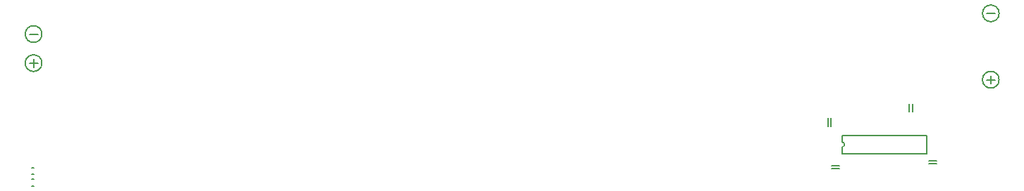
<source format=gbo>
G04*
G04 #@! TF.GenerationSoftware,Altium Limited,Altium Designer,18.1.7 (191)*
G04*
G04 Layer_Color=32896*
%FSLAX43Y43*%
%MOMM*%
G71*
G01*
G75*
%ADD10C,0.200*%
%ADD11C,0.127*%
D10*
X11500Y22000D02*
G03*
X11500Y22000I-1000J0D01*
G01*
Y18500D02*
G03*
X11500Y18500I-1000J0D01*
G01*
X126500Y16500D02*
G03*
X126500Y16500I-1000J0D01*
G01*
Y24500D02*
G03*
X126500Y24500I-1000J0D01*
G01*
X107605Y8357D02*
G03*
X107605Y8992I0J317D01*
G01*
X10000Y22000D02*
X11000D01*
X10000Y18500D02*
X11000D01*
X10500Y18000D02*
Y19000D01*
X125500Y16000D02*
Y17000D01*
X125000Y16500D02*
X126000D01*
X125000Y24500D02*
X126000D01*
X107605Y8992D02*
Y9765D01*
Y7585D02*
Y8357D01*
Y7585D02*
X117765D01*
Y9765D01*
X107605D02*
X117765D01*
D11*
X10248Y4506D02*
X10552D01*
X10248Y3694D02*
X10552D01*
X10248Y5094D02*
X10552D01*
X10248Y5906D02*
X10552D01*
X116078Y12624D02*
Y13576D01*
X115722Y12624D02*
Y13576D01*
X118024Y6753D02*
X118976D01*
X118024Y6397D02*
X118976D01*
X106374Y5797D02*
X107326D01*
X106374Y6153D02*
X107326D01*
X106278Y10904D02*
Y11856D01*
X105922Y10904D02*
Y11856D01*
M02*

</source>
